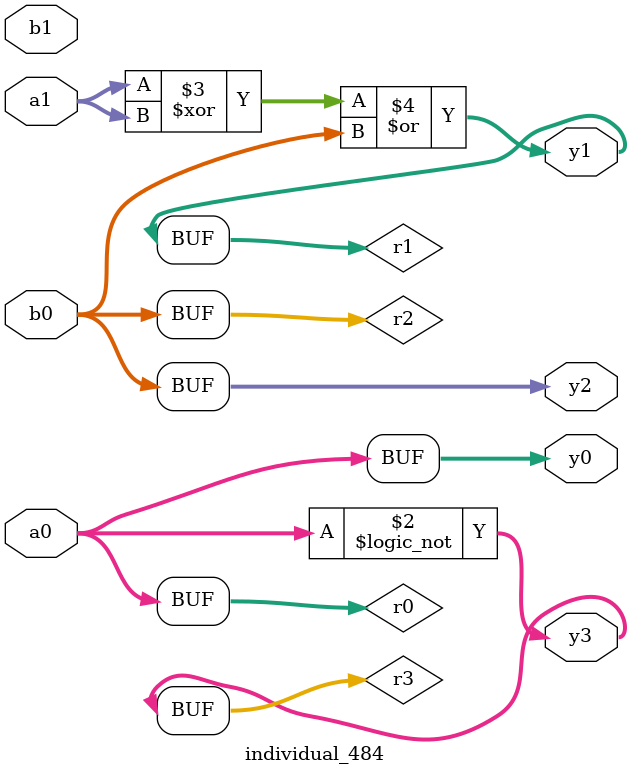
<source format=sv>
module individual_484(input logic [15:0] a1, input logic [15:0] a0, input logic [15:0] b1, input logic [15:0] b0, output logic [15:0] y3, output logic [15:0] y2, output logic [15:0] y1, output logic [15:0] y0);
logic [15:0] r0, r1, r2, r3; 
 always@(*) begin 
	 r0 = a0; r1 = a1; r2 = b0; r3 = b1; 
 	 r3 = ! r0 ;
 	 r1  ^=  r1 ;
 	 r1  |=  b0 ;
 	 y3 = r3; y2 = r2; y1 = r1; y0 = r0; 
end
endmodule
</source>
